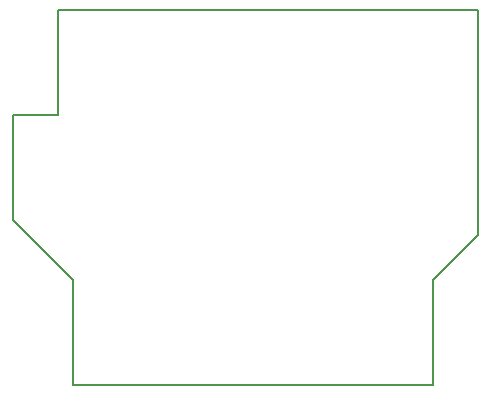
<source format=gbr>
G04 #@! TF.FileFunction,Profile,NP*
%FSLAX46Y46*%
G04 Gerber Fmt 4.6, Leading zero omitted, Abs format (unit mm)*
G04 Created by KiCad (PCBNEW 4.0.2-stable) date 2016 April 06, Wednesday 21:37:21*
%MOMM*%
G01*
G04 APERTURE LIST*
%ADD10C,0.100000*%
%ADD11C,0.150000*%
G04 APERTURE END LIST*
D10*
D11*
X140970000Y-113030000D02*
X135890000Y-107950000D01*
X140970000Y-121920000D02*
X140970000Y-113030000D01*
X171450000Y-121920000D02*
X140970000Y-121920000D01*
X171450000Y-113030000D02*
X171450000Y-121920000D01*
X175260000Y-109220000D02*
X171450000Y-113030000D01*
X175260000Y-90170000D02*
X175260000Y-109220000D01*
X139700000Y-90170000D02*
X175260000Y-90170000D01*
X139700000Y-99060000D02*
X139700000Y-90170000D01*
X135890000Y-99060000D02*
X139700000Y-99060000D01*
X135890000Y-107950000D02*
X135890000Y-99060000D01*
M02*

</source>
